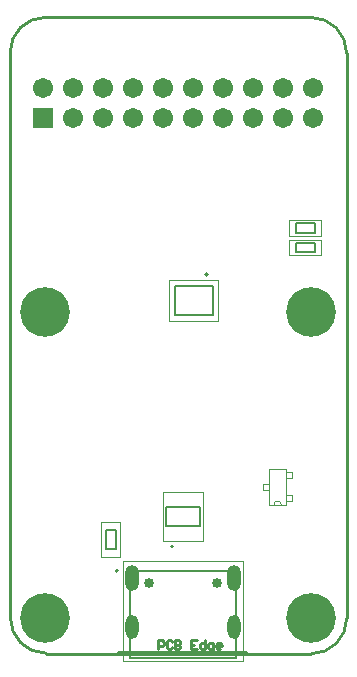
<source format=gbs>
G04*
G04 #@! TF.GenerationSoftware,Altium Limited,Altium Designer,20.0.12 (288)*
G04*
G04 Layer_Color=16711935*
%FSLAX44Y44*%
%MOMM*%
G71*
G01*
G75*
%ADD10C,0.2000*%
%ADD11C,0.2540*%
%ADD12C,0.1270*%
%ADD14C,0.0000*%
%ADD15C,0.0500*%
%ADD42C,0.8532*%
%ADD43O,1.2032X2.2032*%
%ADD44O,1.1032X2.0032*%
%ADD45C,4.2032*%
%ADD46R,1.7032X1.7032*%
%ADD47C,1.7032*%
D10*
X1331519Y519537D02*
G03*
X1331519Y519537I-1000J0D01*
G01*
X1378050Y540000D02*
G03*
X1378050Y540000I-1000J0D01*
G01*
X1407510Y770420D02*
G03*
X1407510Y770420I-1000J0D01*
G01*
D11*
X1495157Y449343D02*
G03*
X1525157Y479343I0J30000D01*
G01*
X1525000Y958000D02*
G03*
X1495000Y988000I-30000J0D01*
G01*
X1270000Y988250D02*
G03*
X1240000Y958250I0J-30000D01*
G01*
X1240270Y479770D02*
G03*
X1270270Y449770I30000J0D01*
G01*
Y449500D02*
X1495157Y449500D01*
X1525000Y958000D02*
X1525000Y479343D01*
X1270000Y988237D02*
X1495000Y988018D01*
X1240000Y958250D02*
X1240000Y479770D01*
X1270270Y449500D02*
X1341750D01*
X1365569Y453537D02*
Y460534D01*
X1369067D01*
X1370234Y459368D01*
Y457035D01*
X1369067Y455869D01*
X1365569D01*
X1377231Y459368D02*
X1376065Y460534D01*
X1373733D01*
X1372566Y459368D01*
Y454703D01*
X1373733Y453537D01*
X1376065D01*
X1377231Y454703D01*
X1379564Y460534D02*
Y453537D01*
X1383063D01*
X1384229Y454703D01*
Y455869D01*
X1383063Y457035D01*
X1379564D01*
X1383063D01*
X1384229Y458202D01*
Y459368D01*
X1383063Y460534D01*
X1379564D01*
X1398225D02*
X1393560D01*
Y453537D01*
X1398225D01*
X1393560Y457035D02*
X1395892D01*
X1405222Y460534D02*
Y453537D01*
X1401724D01*
X1400557Y454703D01*
Y457035D01*
X1401724Y458202D01*
X1405222D01*
X1409888Y451204D02*
X1411054D01*
X1412220Y452370D01*
Y458202D01*
X1408721D01*
X1407555Y457035D01*
Y454703D01*
X1408721Y453537D01*
X1412220D01*
X1418052D02*
X1415719D01*
X1414553Y454703D01*
Y457035D01*
X1415719Y458202D01*
X1418052D01*
X1419218Y457035D01*
Y455869D01*
X1414553D01*
D12*
X1341569Y446037D02*
Y519537D01*
Y446037D02*
X1430969D01*
Y519537D01*
X1341569D02*
X1430969D01*
X1331569Y450937D02*
X1440969D01*
X1321150Y538000D02*
Y554000D01*
Y538000D02*
X1329350D01*
Y554000D01*
X1321150D02*
X1329350D01*
X1482000Y805750D02*
Y813750D01*
Y805750D02*
X1498000D01*
Y813750D01*
X1482000D02*
X1498000D01*
X1482000Y789250D02*
Y797250D01*
Y789250D02*
X1498000D01*
Y797250D01*
X1482000D02*
X1498000D01*
X1371875Y557425D02*
Y573675D01*
X1401125D01*
Y557425D02*
Y573675D01*
X1371875Y557425D02*
X1401125D01*
X1411510Y735920D02*
Y760920D01*
X1379510Y735920D02*
X1411510D01*
X1379510Y760920D02*
X1411510D01*
X1379510Y735920D02*
Y760920D01*
D14*
X1429443Y522135D02*
G03*
X1426270Y518611I176J-3349D01*
G01*
X1432768Y519152D02*
G03*
X1429453Y522136I-3149J-165D01*
G01*
Y505137D02*
G03*
X1432768Y508122I165J3149D01*
G01*
X1426269Y508128D02*
G03*
X1429477Y505137I3100J108D01*
G01*
X1432769Y508137D02*
Y519137D01*
X1426269Y508137D02*
Y518637D01*
X1469660Y575610D02*
G03*
X1463564Y575610I-3048J0D01*
G01*
X1459500Y605582D02*
X1473724D01*
X1459500Y593136D02*
Y605582D01*
Y588056D02*
Y593136D01*
Y575610D02*
Y588056D01*
Y575610D02*
X1463564D01*
X1469660D01*
X1473724D01*
Y578404D01*
Y583484D01*
Y597708D01*
Y578404D02*
X1479058D01*
Y583484D01*
X1473724D02*
X1479058D01*
X1473724Y602788D02*
Y605582D01*
Y597708D02*
Y602788D01*
Y597708D02*
X1479058D01*
Y602788D01*
X1473724D02*
X1479058D01*
X1454166Y593136D02*
X1459500D01*
X1454166Y588056D02*
Y593136D01*
Y588056D02*
X1459500D01*
D15*
X1335519Y443537D02*
Y527737D01*
Y443537D02*
X1437019D01*
Y527737D01*
X1335519D02*
X1437019D01*
X1333450Y531100D02*
Y560900D01*
X1317050D02*
X1333450D01*
X1317050Y531100D02*
Y560900D01*
Y531100D02*
X1333450D01*
X1476300Y803050D02*
Y816450D01*
Y803050D02*
X1503700D01*
Y816450D01*
X1476300D02*
X1503700D01*
X1476300Y786550D02*
Y799950D01*
Y786550D02*
X1503700D01*
Y799950D01*
X1476300D02*
X1503700D01*
X1369375Y544450D02*
X1403625D01*
Y586650D01*
X1369375D02*
X1403625D01*
X1369375Y544450D02*
Y586650D01*
X1416010Y731420D02*
Y765420D01*
X1375010D02*
X1416010D01*
X1375010Y731420D02*
X1416010D01*
X1375010D02*
Y765420D01*
D42*
X1357369Y508837D02*
D03*
X1415169D02*
D03*
D43*
X1343019Y513637D02*
D03*
X1429519D02*
D03*
D44*
X1343019Y471837D02*
D03*
X1429519D02*
D03*
D45*
X1270000Y479500D02*
D03*
X1495000D02*
D03*
Y738500D02*
D03*
X1270000D02*
D03*
D46*
X1268150Y903000D02*
D03*
D47*
X1293550D02*
D03*
X1318950D02*
D03*
X1344350D02*
D03*
X1369750D02*
D03*
X1395150D02*
D03*
X1420550D02*
D03*
X1445950D02*
D03*
X1471350D02*
D03*
X1496750D02*
D03*
X1268150Y928400D02*
D03*
X1293550D02*
D03*
X1318950D02*
D03*
X1344350D02*
D03*
X1369750D02*
D03*
X1395150D02*
D03*
X1420550D02*
D03*
X1445950D02*
D03*
X1471350D02*
D03*
X1496750D02*
D03*
M02*

</source>
